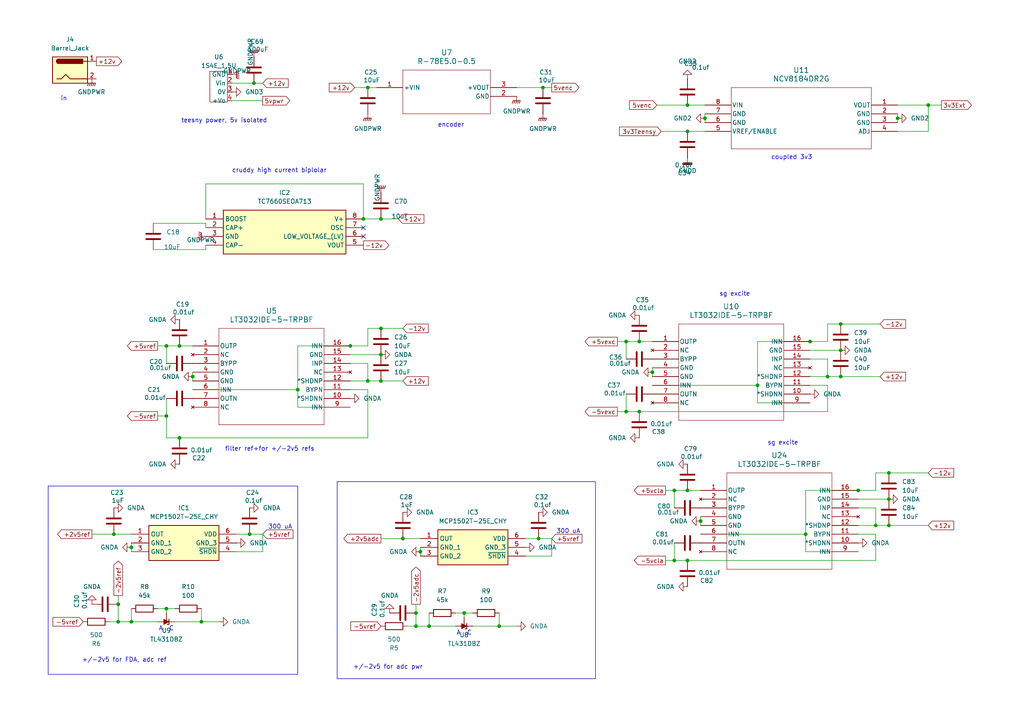
<source format=kicad_sch>
(kicad_sch (version 20231120) (generator "eeschema") (generator_version "8.0")
  (paper "A4")
  (lib_symbols
    (symbol "C_1" (pin_numbers hide) (pin_names (offset 0.254))
      (property "Reference" "C" (at 0.635 2.54 0))
      (property "Value" "C" (at 0.635 -2.54 0))
      (symbol "C_1_0_1"
        (polyline (pts (xy -2.032 -0.762) (xy 2.032 -0.762)) (stroke (width 0.508)))
        (polyline (pts (xy -2.032 0.762) (xy 2.032 0.762)) (stroke (width 0.508)))
      )
      (symbol "C_1_1_1"
        (pin passive line (at 0 3.81 270) (length 2.794) (name "~") (number "1"))
        (pin passive line (at 0 -3.81 90) (length 2.794) (name "~") (number "2"))
      )
    )
    (symbol "Connector:Barrel_Jack" (pin_names (offset 1.016))
      (property "Reference" "J" (at 0 5.334 0))
      (property "Value" "Barrel_Jack" (at 0 -5.08 0))
      (symbol "Barrel_Jack_0_1"
        (rectangle (start -5.08 3.81) (end 5.08 -3.81) (stroke (width 0.254)) (fill (type background)))
        (arc (start -3.302 3.175) (mid -3.9343 2.54) (end -3.302 1.905) (stroke (width 0.254)))
        (arc (start -3.302 3.175) (mid -3.9343 2.54) (end -3.302 1.905) (stroke (width 0.254)) (fill (type outline)))
        (polyline (pts (xy 5.08 2.54) (xy 3.81 2.54)) (stroke (width 0.254)))
        (polyline (pts (xy -3.81 -2.54) (xy -2.54 -2.54) (xy -1.27 -1.27) (xy 0 -2.54) (xy 2.54 -2.54) (xy 5.08 -2.54)) (stroke (width 0.254)))
        (rectangle (start 3.683 3.175) (end -3.302 1.905) (stroke (width 0.254)) (fill (type outline)))
      )
      (symbol "Barrel_Jack_1_1"
        (pin passive line (at 7.62 2.54 180) (length 2.54) (name "~") (number "1"))
        (pin passive line (at 7.62 -2.54 180) (length 2.54) (name "~") (number "2"))
      )
    )
    (symbol "Device:C" (pin_numbers hide) (pin_names (offset 0.254))
      (property "Reference" "C" (at 0.635 2.54 0))
      (property "Value" "C" (at 0.635 -2.54 0))
      (symbol "C_0_1"
        (polyline (pts (xy -2.032 -0.762) (xy 2.032 -0.762)) (stroke (width 0.508)))
        (polyline (pts (xy -2.032 0.762) (xy 2.032 0.762)) (stroke (width 0.508)))
      )
      (symbol "C_1_1"
        (pin passive line (at 0 3.81 270) (length 2.794) (name "~") (number "1"))
        (pin passive line (at 0 -3.81 90) (length 2.794) (name "~") (number "2"))
      )
    )
    (symbol "Device:R" (pin_numbers hide) (pin_names (offset 0))
      (property "Reference" "R" (at 2.032 0 90))
      (property "Value" "R" (at 0 0 90))
      (symbol "R_0_1"
        (rectangle (start -1.016 -2.54) (end 1.016 2.54) (stroke (width 0.254)))
      )
      (symbol "R_1_1"
        (pin passive line (at 0 3.81 270) (length 1.27) (name "~") (number "1"))
        (pin passive line (at 0 -3.81 90) (length 1.27) (name "~") (number "2"))
      )
    )
    (symbol "GNDA_1" (power) (pin_numbers hide) (pin_names (offset 0) hide)
      (property "Value" "GNDA" (at 0 -3.81 0))
      (symbol "GNDA_1_0_1"
        (polyline (pts (xy 0 0) (xy 0 -1.27) (xy 1.27 -1.27) (xy 0 -2.54) (xy -1.27 -1.27) (xy 0 -1.27)))
      )
      (symbol "GNDA_1_1_1"
        (pin power_in line (at 0 0 270) (length 0) (name "~") (number "1"))
      )
    )
    (symbol "GNDD_1" (power) (pin_numbers hide) (pin_names (offset 0) hide)
      (property "Value" "GNDD" (at 0 -3.175 0))
      (symbol "GNDD_1_0_1"
        (rectangle (start -1.27 -1.524) (end 1.27 -2.032) (stroke (width 0.254)) (fill (type outline)))
        (polyline (pts (xy 0 0) (xy 0 -1.524)))
      )
      (symbol "GNDD_1_1_1"
        (pin power_in line (at 0 0 270) (length 0) (name "~") (number "1"))
      )
    )
    (symbol "Reference_Voltage:TL431DBZ" (pin_numbers hide) (pin_names hide)
      (property "Reference" "U" (at -2.54 2.54 0))
      (property "Value" "TL431DBZ" (at 0 -2.54 0))
      (symbol "TL431DBZ_0_1"
        (polyline (pts (xy -1.27 0) (xy 0 0) (xy 1.27 0)))
        (polyline (pts (xy -0.762 -0.762) (xy -0.762 0.762) (xy 0.762 0) (xy -0.762 -0.762)) (fill (type outline)))
        (polyline (pts (xy 0.254 -0.762) (xy 0.762 -0.762) (xy 0.762 0.762) (xy 0.762 0.762)) (stroke (width 0.254)))
      )
      (symbol "TL431DBZ_1_1"
        (pin passive line (at 2.54 0 180) (length 2.54) (name "K") (number "1"))
        (pin passive line (at 0 2.54 270) (length 2.54) (name "REF") (number "2"))
        (pin passive line (at -2.54 0 0) (length 2.54) (name "A") (number "3"))
      )
    )
    (symbol "dyno_inst_sym:1S4E_0505S1.5U"
      (property "Reference" "U" (at 0 4.826 0))
      (property "Value" "1S4E_1.5U" (at 0 0 0))
      (symbol "1S4E_0505S1.5U_0_1"
        (rectangle (start -2.6378 3.4211) (end 2.4422 -5.4689))
      )
      (symbol "1S4E_0505S1.5U_1_1"
        (pin power_out line (at 3.81 2.54 180) (length 1.27) (name "GND") (number "1"))
        (pin power_in line (at 3.81 0 180) (length 1.27) (name "Vin") (number "2"))
        (pin power_out line (at 3.81 -2.54 180) (length 1.27) (name "0V") (number "3"))
        (pin power_out line (at 3.81 -5.08 180) (length 1.27) (name "+Vo") (number "4"))
      )
    )
    (symbol "dyno_inst_sym:LT3032IDE-5-TRPBF" (pin_names (offset 0.254))
      (property "Reference" "U" (at 22.86 10.16 0))
      (property "Value" "LT3032IDE-5-TRPBF" (at 22.86 7.62 0))
      (symbol "LT3032IDE-5-TRPBF_0_1"
        (polyline (pts (xy 7.62 -22.86) (xy 38.1 -22.86)) (stroke (width 0.127)))
        (polyline (pts (xy 7.62 5.08) (xy 7.62 -22.86)) (stroke (width 0.127)))
        (polyline (pts (xy 38.1 -22.86) (xy 38.1 5.08)) (stroke (width 0.127)))
        (polyline (pts (xy 38.1 5.08) (xy 7.62 5.08)) (stroke (width 0.127)))
        (pin output line (at 0 0 0) (length 7.62) (name "OUTP") (number "1"))
        (pin input line (at 45.72 -15.24 180) (length 7.62) (name "*SHDNN") (number "10"))
        (pin unspecified line (at 45.72 -12.7 180) (length 7.62) (name "BYPN") (number "11"))
        (pin input line (at 45.72 -10.16 180) (length 7.62) (name "*SHDNP") (number "12"))
        (pin no_connect line (at 45.72 -7.62 180) (length 7.62) (name "NC") (number "13"))
        (pin input line (at 45.72 -5.08 180) (length 7.62) (name "INP") (number "14"))
        (pin power_out line (at 45.72 -2.54 180) (length 7.62) (name "GND") (number "15"))
        (pin input line (at 45.72 0 180) (length 7.62) (name "INN") (number "16"))
        (pin no_connect line (at 0 -2.54 0) (length 7.62) (name "NC") (number "2"))
        (pin unspecified line (at 0 -5.08 0) (length 7.62) (name "BYPP") (number "3"))
        (pin power_out line (at 0 -7.62 0) (length 7.62) (name "GND") (number "4"))
        (pin power_out line (at 0 -10.16 0) (length 7.62) (name "GND") (number "5"))
        (pin input line (at 0 -12.7 0) (length 7.62) (name "INN") (number "6"))
        (pin output line (at 0 -15.24 0) (length 7.62) (name "OUTN") (number "7"))
        (pin no_connect line (at 0 -17.78 0) (length 7.62) (name "NC") (number "8"))
        (pin input line (at 45.72 -17.78 180) (length 7.62) (name "INN") (number "9"))
      )
    )
    (symbol "dyno_inst_sym:MCP1502T-50E_CHY"
      (property "Reference" "IC2" (at 15.24 7.62 0))
      (property "Value" "MCP1502T-25E_CHY" (at 15.24 5.08 0))
      (symbol "MCP1502T-50E_CHY_1_1"
        (rectangle (start 5.08 2.54) (end 25.4 -7.62) (stroke (width 0.254)) (fill (type background)))
        (pin passive line (at 0 0 0) (length 5.08) (name "OUT") (number "1"))
        (pin passive line (at 0 -2.54 0) (length 5.08) (name "GND_1") (number "2"))
        (pin passive line (at 0 -5.08 0) (length 5.08) (name "GND_2") (number "3"))
        (pin passive line (at 30.48 -5.08 180) (length 5.08) (name "~{SHDN}") (number "4"))
        (pin passive line (at 30.48 -2.54 180) (length 5.08) (name "GND_3") (number "5"))
        (pin passive line (at 30.48 0 180) (length 5.08) (name "VDD") (number "6"))
      )
    )
    (symbol "dyno_inst_sym:NCV8184DR2G" (pin_names (offset 0.254))
      (property "Reference" "U" (at 27.94 10.16 0))
      (property "Value" "NCV8184DR2G" (at 27.94 7.62 0))
      (symbol "NCV8184DR2G_0_1"
        (polyline (pts (xy 7.62 -12.7) (xy 48.26 -12.7)) (stroke (width 0.127)))
        (polyline (pts (xy 7.62 5.08) (xy 7.62 -12.7)) (stroke (width 0.127)))
        (polyline (pts (xy 48.26 -12.7) (xy 48.26 5.08)) (stroke (width 0.127)))
        (polyline (pts (xy 48.26 5.08) (xy 7.62 5.08)) (stroke (width 0.127)))
        (pin output line (at 0 0 0) (length 7.62) (name "VOUT") (number "1"))
        (pin power_in line (at 0 -2.54 0) (length 7.62) (name "GND") (number "2"))
        (pin power_in line (at 0 -5.08 0) (length 7.62) (name "GND") (number "3"))
        (pin input line (at 0 -7.62 0) (length 7.62) (name "ADJ") (number "4"))
        (pin input line (at 55.88 -7.62 180) (length 7.62) (name "VREF/ENABLE") (number "5"))
        (pin power_in line (at 55.88 -5.08 180) (length 7.62) (name "GND") (number "6"))
        (pin power_in line (at 55.88 -2.54 180) (length 7.62) (name "GND") (number "7"))
        (pin input line (at 55.88 0 180) (length 7.62) (name "VIN") (number "8"))
      )
    )
    (symbol "dyno_inst_sym:R-78E5.0-0.5" (pin_names (offset 0.254))
      (property "Reference" "U" (at 20.32 10.16 0))
      (property "Value" "R-78E5.0-0.5" (at 20.32 7.62 0))
      (symbol "R-78E5.0-0.5_0_1"
        (polyline (pts (xy 7.62 -7.62) (xy 33.02 -7.62)) (stroke (width 0.127)))
        (polyline (pts (xy 7.62 5.08) (xy 7.62 -7.62)) (stroke (width 0.127)))
        (polyline (pts (xy 33.02 -7.62) (xy 33.02 5.08)) (stroke (width 0.127)))
        (polyline (pts (xy 33.02 5.08) (xy 7.62 5.08)) (stroke (width 0.127)))
        (pin power_in line (at 0 0 0) (length 7.62) (name "+VIN") (number "1"))
        (pin power_out line (at 40.64 -2.54 180) (length 7.62) (name "GND") (number "2"))
        (pin power_in line (at 40.64 0 180) (length 7.62) (name "+VOUT") (number "3"))
      )
    )
    (symbol "dyno_inst_sym:TC7660SEOA713"
      (property "Reference" "IC" (at 41.91 7.62 0))
      (property "Value" "TC7660SEOA713" (at 41.91 5.08 0))
      (symbol "TC7660SEOA713_1_1"
        (rectangle (start 5.08 2.54) (end 40.64 -10.16) (stroke (width 0.254)) (fill (type background)))
        (pin passive line (at 0 0 0) (length 5.08) (name "BOOST") (number "1"))
        (pin passive line (at 0 -2.54 0) (length 5.08) (name "CAP+") (number "2"))
        (pin passive line (at 0 -5.08 0) (length 5.08) (name "GND") (number "3"))
        (pin passive line (at 0 -7.62 0) (length 5.08) (name "CAP-") (number "4"))
        (pin passive line (at 45.72 -7.62 180) (length 5.08) (name "VOUT") (number "5"))
        (pin passive line (at 45.72 -5.08 180) (length 5.08) (name "LOW_VOLTAGE_(LV)") (number "6"))
        (pin passive line (at 45.72 -2.54 180) (length 5.08) (name "OSC") (number "7"))
        (pin passive line (at 45.72 0 180) (length 5.08) (name "V+") (number "8"))
      )
    )
    (symbol "power:GND2" (power) (pin_numbers hide) (pin_names (offset 0) hide)
      (property "Value" "GND2" (at 0 -3.81 0))
      (symbol "GND2_0_1"
        (polyline (pts (xy 0 0) (xy 0 -1.27) (xy 1.27 -1.27) (xy 0 -2.54) (xy -1.27 -1.27) (xy 0 -1.27)))
      )
      (symbol "GND2_1_1"
        (pin power_in line (at 0 0 270) (length 0) (name "~") (number "1"))
      )
    )
    (symbol "power:GND3" (power) (pin_numbers hide) (pin_names (offset 0) hide)
      (property "Value" "GND3" (at 0 -3.81 0))
      (symbol "GND3_0_1"
        (polyline (pts (xy 0 0) (xy 0 -1.27) (xy 1.27 -1.27) (xy 0 -2.54) (xy -1.27 -1.27) (xy 0 -1.27)))
      )
      (symbol "GND3_1_1"
        (pin power_in line (at 0 0 270) (length 0) (name "~") (number "1"))
      )
    )
    (symbol "power:GNDPWR" (power) (pin_numbers hide) (pin_names (offset 0) hide)
      (property "Value" "GNDPWR" (at 0 -3.302 0))
      (symbol "GNDPWR_0_1"
        (polyline (pts (xy 0 -1.27) (xy 0 0)))
        (polyline (pts (xy -1.016 -1.27) (xy -1.27 -2.032) (xy -1.27 -2.032)) (stroke (width 0.2032)))
        (polyline (pts (xy -0.508 -1.27) (xy -0.762 -2.032) (xy -0.762 -2.032)) (stroke (width 0.2032)))
        (polyline (pts (xy 0 -1.27) (xy -0.254 -2.032) (xy -0.254 -2.032)) (stroke (width 0.2032)))
        (polyline (pts (xy 0.508 -1.27) (xy 0.254 -2.032) (xy 0.254 -2.032)) (stroke (width 0.2032)))
        (polyline (pts (xy 1.016 -1.27) (xy -1.016 -1.27) (xy -1.016 -1.27)) (stroke (width 0.2032)))
        (polyline (pts (xy 1.016 -1.27) (xy 0.762 -2.032) (xy 0.762 -2.032) (xy 0.762 -2.032)) (stroke (width 0.2032)))
      )
      (symbol "GNDPWR_1_1"
        (pin power_in line (at 0 0 270) (length 0) (name "~") (number "1"))
      )
    )
  )
  (junction (at 48.26 120.65))
  (junction (at 257.81 144.78))
  (junction (at 243.84 93.98))
  (junction (at 219.71 111.76))
  (junction (at 144.78 181.61))
  (junction (at 101.6 100.33))
  (junction (at 105.41 63.5))
  (junction (at 73.66 24.13))
  (junction (at 260.35 34.29))
  (junction (at 203.2 151.13))
  (junction (at 181.61 99.06))
  (junction (at 86.36 113.03))
  (junction (at 58.42 180.34))
  (junction (at 120.65 181.61))
  (junction (at 52.07 127))
  (junction (at 134.62 177.8))
  (junction (at 48.26 176.53))
  (junction (at 34.29 180.34))
  (junction (at 120.65 177.8))
  (junction (at 106.68 25.4))
  (junction (at 52.07 100.33))
  (junction (at 243.84 101.6))
  (junction (at 240.03 109.22))
  (junction (at 199.39 38.1))
  (junction (at 185.42 119.38))
  (junction (at 189.23 107.95))
  (junction (at 110.49 110.49))
  (junction (at 38.1 158.75))
  (junction (at 257.81 152.4))
  (junction (at 199.39 30.48))
  (junction (at 233.68 154.94))
  (junction (at 204.47 34.29))
  (junction (at 110.49 95.25))
  (junction (at 199.39 142.24))
  (junction (at 157.48 25.4))
  (junction (at 195.58 162.56))
  (junction (at 234.95 99.06))
  (junction (at 110.49 63.5))
  (junction (at 34.29 175.26))
  (junction (at 38.1 180.34))
  (junction (at 199.39 162.56))
  (junction (at 156.21 156.21))
  (junction (at 116.84 156.21))
  (junction (at 48.26 100.33))
  (junction (at 124.46 181.61))
  (junction (at 269.24 30.48))
  (junction (at 106.68 110.49))
  (junction (at 110.49 102.87))
  (junction (at 72.39 154.94))
  (junction (at 185.42 99.06))
  (junction (at 257.81 137.16))
  (junction (at 248.92 142.24))
  (junction (at 195.58 142.24))
  (junction (at 243.84 109.22))
  (junction (at 33.02 154.94))
  (junction (at 181.61 119.38))
  (junction (at 254 152.4))
  (junction (at 121.92 160.02))
  (junction (at 55.88 109.22))
  (no_connect (at 105.41 66.04))
  (no_connect (at 105.41 68.58))
  (wire (pts (xy 185.42 99.06) (xy 189.23 99.06)))
  (wire (pts (xy 55.88 109.22) (xy 55.88 110.49)))
  (wire (pts (xy 240.03 99.06) (xy 234.95 99.06)))
  (wire (pts (xy 76.2 160.02) (xy 76.2 154.94)))
  (wire (pts (xy 106.68 95.25) (xy 106.68 100.33)))
  (wire (pts (xy 137.16 181.61) (xy 144.78 181.61)))
  (wire (pts (xy 120.65 181.61) (xy 118.11 181.61)))
  (wire (pts (xy 181.61 104.14) (xy 181.61 99.06)))
  (wire (pts (xy 195.58 142.24) (xy 199.39 142.24)))
  (wire (pts (xy 193.04 162.56) (xy 195.58 162.56)))
  (wire (pts (xy 257.81 137.16) (xy 254 137.16)))
  (wire (pts (xy 72.39 154.94) (xy 76.2 154.94)))
  (wire (pts (xy 219.71 116.84) (xy 234.95 116.84)))
  (wire (pts (xy 38.1 158.75) (xy 38.1 157.48)))
  (wire (pts (xy 181.61 99.06) (xy 185.42 99.06)))
  (wire (pts (xy 52.07 127) (xy 106.68 127)))
  (wire (pts (xy 45.72 100.33) (xy 48.26 100.33)))
  (wire (pts (xy 48.26 177.8) (xy 48.26 176.53)))
  (wire (pts (xy 106.68 113.03) (xy 101.6 113.03)))
  (wire (pts (xy 199.39 142.24) (xy 203.2 142.24)))
  (wire (pts (xy 181.61 114.3) (xy 181.61 119.38)))
  (wire (pts (xy 204.47 34.29) (xy 204.47 35.56)))
  (wire (pts (xy 48.26 115.57) (xy 48.26 120.65)))
  (wire (pts (xy 26.67 154.94) (xy 33.02 154.94)))
  (wire (pts (xy 45.72 176.53) (xy 48.26 176.53)))
  (wire (pts (xy 48.26 105.41) (xy 48.26 100.33)))
  (wire (pts (xy 179.07 99.06) (xy 181.61 99.06)))
  (wire (pts (xy 156.21 156.21) (xy 160.02 156.21)))
  (wire (pts (xy 254 162.56) (xy 254 154.94)))
  (wire (pts (xy 191.77 38.1) (xy 199.39 38.1)))
  (wire (pts (xy 38.1 180.34) (xy 34.29 180.34)))
  (wire (pts (xy 160.02 25.4) (xy 157.48 25.4)))
  (wire (pts (xy 68.58 160.02) (xy 76.2 160.02)))
  (wire (pts (xy 45.72 180.34) (xy 38.1 180.34)))
  (wire (pts (xy 105.41 53.34) (xy 105.41 63.5)))
  (wire (pts (xy 132.08 181.61) (xy 124.46 181.61)))
  (wire (pts (xy 106.68 105.41) (xy 106.68 110.49)))
  (wire (pts (xy 219.71 99.06) (xy 219.71 111.76)))
  (wire (pts (xy 243.84 93.98) (xy 240.03 93.98)))
  (wire (pts (xy 105.41 63.5) (xy 110.49 63.5)))
  (wire (pts (xy 190.5 30.48) (xy 199.39 30.48)))
  (wire (pts (xy 124.46 177.8) (xy 124.46 181.61)))
  (wire (pts (xy 121.92 160.02) (xy 121.92 158.75)))
  (wire (pts (xy 181.61 119.38) (xy 185.42 119.38)))
  (wire (pts (xy 52.07 100.33) (xy 55.88 100.33)))
  (wire (pts (xy 55.88 113.03) (xy 86.36 113.03)))
  (wire (pts (xy 48.26 100.33) (xy 52.07 100.33)))
  (wire (pts (xy 110.49 156.21) (xy 116.84 156.21)))
  (wire (pts (xy 58.42 176.53) (xy 58.42 180.34)))
  (wire (pts (xy 234.95 99.06) (xy 219.71 99.06)))
  (wire (pts (xy 38.1 160.02) (xy 38.1 158.75)))
  (wire (pts (xy 203.2 151.13) (xy 203.2 152.4)))
  (wire (pts (xy 59.69 53.34) (xy 105.41 53.34)))
  (wire (pts (xy 257.81 137.16) (xy 269.24 137.16)))
  (wire (pts (xy 120.65 175.26) (xy 120.65 177.8)))
  (wire (pts (xy 189.23 107.95) (xy 189.23 109.22)))
  (wire (pts (xy 248.92 152.4) (xy 254 152.4)))
  (wire (pts (xy 240.03 111.76) (xy 234.95 111.76)))
  (wire (pts (xy 110.49 95.25) (xy 106.68 95.25)))
  (wire (pts (xy 48.26 127) (xy 52.07 127)))
  (wire (pts (xy 106.68 127) (xy 106.68 113.03)))
  (wire (pts (xy 248.92 147.32) (xy 254 147.32)))
  (wire (pts (xy 55.88 109.22) (xy 55.88 107.95)))
  (wire (pts (xy 240.03 109.22) (xy 243.84 109.22)))
  (wire (pts (xy 204.47 34.29) (xy 204.47 33.02)))
  (wire (pts (xy 48.26 127) (xy 48.26 120.65)))
  (wire (pts (xy 106.68 25.4) (xy 109.22 25.4)))
  (wire (pts (xy 59.69 63.5) (xy 59.69 53.34)))
  (wire (pts (xy 243.84 101.6) (xy 234.95 101.6)))
  (wire (pts (xy 86.36 113.03) (xy 86.36 118.11)))
  (wire (pts (xy 233.68 142.24) (xy 233.68 154.94)))
  (wire (pts (xy 121.92 161.29) (xy 121.92 160.02)))
  (wire (pts (xy 254 154.94) (xy 248.92 154.94)))
  (wire (pts (xy 120.65 177.8) (xy 120.65 181.61)))
  (wire (pts (xy 110.49 102.87) (xy 101.6 102.87)))
  (wire (pts (xy 102.87 25.4) (xy 106.68 25.4)))
  (wire (pts (xy 33.02 154.94) (xy 38.1 154.94)))
  (wire (pts (xy 134.62 179.07) (xy 134.62 177.8)))
  (wire (pts (xy 234.95 109.22) (xy 240.03 109.22)))
  (wire (pts (xy 203.2 154.94) (xy 233.68 154.94)))
  (wire (pts (xy 254 137.16) (xy 254 142.24)))
  (wire (pts (xy 132.08 177.8) (xy 134.62 177.8)))
  (wire (pts (xy 179.07 119.38) (xy 181.61 119.38)))
  (wire (pts (xy 34.29 172.72) (xy 34.29 175.26)))
  (wire (pts (xy 73.66 24.13) (xy 67.31 24.13)))
  (wire (pts (xy 243.84 93.98) (xy 255.27 93.98)))
  (wire (pts (xy 152.4 156.21) (xy 156.21 156.21)))
  (wire (pts (xy 76.2 29.21) (xy 67.31 29.21)))
  (wire (pts (xy 116.84 110.49) (xy 110.49 110.49)))
  (wire (pts (xy 144.78 177.8) (xy 144.78 181.61)))
  (wire (pts (xy 59.69 71.12) (xy 59.69 72.39)))
  (wire (pts (xy 59.69 72.39) (xy 44.45 72.39)))
  (wire (pts (xy 63.5 180.34) (xy 58.42 180.34)))
  (wire (pts (xy 260.35 35.56) (xy 260.35 34.29)))
  (wire (pts (xy 152.4 161.29) (xy 160.02 161.29)))
  (wire (pts (xy 219.71 111.76) (xy 219.71 116.84)))
  (wire (pts (xy 101.6 100.33) (xy 86.36 100.33)))
  (wire (pts (xy 233.68 154.94) (xy 233.68 160.02)))
  (wire (pts (xy 189.23 111.76) (xy 219.71 111.76)))
  (wire (pts (xy 233.68 160.02) (xy 248.92 160.02)))
  (wire (pts (xy 34.29 175.26) (xy 34.29 180.34)))
  (wire (pts (xy 195.58 162.56) (xy 199.39 162.56)))
  (wire (pts (xy 34.29 180.34) (xy 31.75 180.34)))
  (wire (pts (xy 257.81 144.78) (xy 248.92 144.78)))
  (wire (pts (xy 195.58 157.48) (xy 195.58 162.56)))
  (wire (pts (xy 193.04 142.24) (xy 195.58 142.24)))
  (wire (pts (xy 255.27 109.22) (xy 243.84 109.22)))
  (wire (pts (xy 106.68 100.33) (xy 101.6 100.33)))
  (wire (pts (xy 185.42 119.38) (xy 240.03 119.38)))
  (wire (pts (xy 59.69 66.04) (xy 59.69 64.77)))
  (wire (pts (xy 157.48 25.4) (xy 149.86 25.4)))
  (wire (pts (xy 45.72 120.65) (xy 48.26 120.65)))
  (wire (pts (xy 124.46 181.61) (xy 120.65 181.61)))
  (wire (pts (xy 48.26 176.53) (xy 50.8 176.53)))
  (wire (pts (xy 59.69 64.77) (xy 44.45 64.77)))
  (wire (pts (xy 110.49 95.25) (xy 116.84 95.25)))
  (wire (pts (xy 240.03 104.14) (xy 240.03 109.22)))
  (wire (pts (xy 38.1 176.53) (xy 38.1 180.34)))
  (wire (pts (xy 199.39 30.48) (xy 204.47 30.48)))
  (wire (pts (xy 240.03 119.38) (xy 240.03 111.76)))
  (wire (pts (xy 254 147.32) (xy 254 152.4)))
  (wire (pts (xy 195.58 147.32) (xy 195.58 142.24)))
  (wire (pts (xy 50.8 180.34) (xy 58.42 180.34)))
  (wire (pts (xy 273.05 30.48) (xy 269.24 30.48)))
  (wire (pts (xy 269.24 152.4) (xy 257.81 152.4)))
  (wire (pts (xy 248.92 142.24) (xy 233.68 142.24)))
  (wire (pts (xy 203.2 151.13) (xy 203.2 149.86)))
  (wire (pts (xy 149.86 181.61) (xy 144.78 181.61)))
  (wire (pts (xy 269.24 38.1) (xy 269.24 30.48)))
  (wire (pts (xy 76.2 24.13) (xy 73.66 24.13)))
  (wire (pts (xy 269.24 30.48) (xy 260.35 30.48)))
  (wire (pts (xy 189.23 107.95) (xy 189.23 106.68)))
  (wire (pts (xy 110.49 63.5) (xy 115.57 63.5)))
  (wire (pts (xy 134.62 177.8) (xy 137.16 177.8)))
  (wire (pts (xy 160.02 161.29) (xy 160.02 156.21)))
  (wire (pts (xy 101.6 110.49) (xy 106.68 110.49)))
  (wire (pts (xy 86.36 100.33) (xy 86.36 113.03)))
  (wire (pts (xy 199.39 38.1) (xy 204.47 38.1)))
  (wire (pts (xy 86.36 118.11) (xy 101.6 118.11)))
  (wire (pts (xy 260.35 38.1) (xy 269.24 38.1)))
  (wire (pts (xy 199.39 162.56) (xy 254 162.56)))
  (wire (pts (xy 260.35 34.29) (xy 260.35 33.02)))
  (wire (pts (xy 106.68 110.49) (xy 110.49 110.49)))
  (wire (pts (xy 254 142.24) (xy 248.92 142.24)))
  (wire (pts (xy 240.03 93.98) (xy 240.03 99.06)))
  (wire (pts (xy 234.95 104.14) (xy 240.03 104.14)))
  (wire (pts (xy 116.84 156.21) (xy 121.92 156.21)))
  (wire (pts (xy 254 152.4) (xy 257.81 152.4)))
  (wire (pts (xy 101.6 105.41) (xy 106.68 105.41)))
  (wire (pts (xy 68.58 154.94) (xy 72.39 154.94)))
  (rectangle (start 13.97 140.97) (end 86.36 195.58))
  (rectangle (start 97.79 139.7) (end 172.72 196.85))
  (text "cruddy high current biplolar" (at 81.026 49.53 0) (effects (font (size 1.27 1.27))))
  (text "sg excite" (at 227.076 128.524 0) (effects (font (size 1.27 1.27))))
  (text "encoder" (at 130.81 36.322 0) (effects (font (size 1.27 1.27))))
  (text "coupled 3v3" (at 229.616 45.72 0) (effects (font (size 1.27 1.27))))
  (text "+/-2v5 for adc pwr" (at 112.522 193.548 0) (effects (font (size 1.27 1.27))))
  (text "300 uA" (at 164.846 154.178 0) (effects (font (size 1.27 1.27))))
  (text "in" (at 18.542 28.702 0) (effects (font (size 1.27 1.27))))
  (text "+/-2v5 for FDA, adc ref" (at 36.068 191.516 0) (effects (font (size 1.27 1.27))))
  (text "filter ref+for +/-2v5 refs" (at 78.232 130.302 0) (effects (font (size 1.27 1.27))))
  (text "teesny power, 5v isolated" (at 65.024 35.052 0) (effects (font (size 1.27 1.27))))
  (text "300 uA" (at 81.28 152.908 0) (effects (font (size 1.27 1.27))))
  (text "A  C" (at 48.26 182.372 0) (effects (font (size 1.27 1.27))))
  (text "sg excite" (at 213.106 85.344 0) (effects (font (size 1.27 1.27))))
  (text "A  C" (at 134.62 183.642 0) (effects (font (size 1.27 1.27))))
  (global_label "+12v" (shape input) (at 102.87 25.4 180) (property "Intersheetrefs" "${INTERSHEET_REFS}" (effects (hide yes))))
  (global_label "+12v" (shape input) (at 269.24 152.4 0) (property "Intersheetrefs" "${INTERSHEET_REFS}" (effects (hide yes))))
  (global_label "5venc" (shape output) (at 160.02 25.4 0) (property "Intersheetrefs" "${INTERSHEET_REFS}" (effects (hide yes))))
  (global_label "-5vcla" (shape output) (at 193.04 162.56 180) (property "Intersheetrefs" "${INTERSHEET_REFS}" (effects (hide yes))))
  (global_label "-2v5ref" (shape output) (at 34.29 172.72 90) (property "Intersheetrefs" "${INTERSHEET_REFS}" (effects (hide yes))))
  (global_label "3v3Ext" (shape output) (at 273.05 30.48 0) (property "Intersheetrefs" "${INTERSHEET_REFS}" (effects (hide yes))))
  (global_label "3v3Teensy" (shape input) (at 191.77 38.1 180) (property "Intersheetrefs" "${INTERSHEET_REFS}" (effects (hide yes))))
  (global_label "-12v" (shape input) (at 255.27 93.98 0) (property "Intersheetrefs" "${INTERSHEET_REFS}" (effects (hide yes))))
  (global_label "+5vexc" (shape output) (at 179.07 99.06 180) (property "Intersheetrefs" "${INTERSHEET_REFS}" (effects (hide yes))))
  (global_label "-2v5adc" (shape output) (at 120.65 175.26 90) (property "Intersheetrefs" "${INTERSHEET_REFS}" (effects (hide yes))))
  (global_label "+5vref" (shape output) (at 45.72 100.33 180) (property "Intersheetrefs" "${INTERSHEET_REFS}" (effects (hide yes))))
  (global_label "-5vref" (shape input) (at 24.13 180.34 180) (property "Intersheetrefs" "${INTERSHEET_REFS}" (effects (hide yes))))
  (global_label "+12v" (shape output) (at 27.94 17.78 0) (property "Intersheetrefs" "${INTERSHEET_REFS}" (effects (hide yes))))
  (global_label "5venc" (shape input) (at 190.5 30.48 180) (property "Intersheetrefs" "${INTERSHEET_REFS}" (effects (hide yes))))
  (global_label "+12v" (shape input) (at 76.2 24.13 0) (property "Intersheetrefs" "${INTERSHEET_REFS}" (effects (hide yes))))
  (global_label "+5vref" (shape input) (at 160.02 156.21 0) (property "Intersheetrefs" "${INTERSHEET_REFS}" (effects (hide yes))))
  (global_label "+2v5adc" (shape output) (at 110.49 156.21 180) (property "Intersheetrefs" "${INTERSHEET_REFS}" (effects (hide yes))))
  (global_label "+12v" (shape input) (at 116.84 110.49 0) (property "Intersheetrefs" "${INTERSHEET_REFS}" (effects (hide yes))))
  (global_label "+12v" (shape input) (at 255.27 109.22 0) (property "Intersheetrefs" "${INTERSHEET_REFS}" (effects (hide yes))))
  (global_label "-12v" (shape input) (at 116.84 95.25 0) (property "Intersheetrefs" "${INTERSHEET_REFS}" (effects (hide yes))))
  (global_label "+12v" (shape input) (at 115.57 63.5 0) (property "Intersheetrefs" "${INTERSHEET_REFS}" (effects (hide yes))))
  (global_label "-12v" (shape input) (at 269.24 137.16 0) (property "Intersheetrefs" "${INTERSHEET_REFS}" (effects (hide yes))))
  (global_label "-5vref" (shape input) (at 110.49 181.61 180) (property "Intersheetrefs" "${INTERSHEET_REFS}" (effects (hide yes))))
  (global_label "+5vref" (shape input) (at 76.2 154.94 0) (property "Intersheetrefs" "${INTERSHEET_REFS}" (effects (hide yes))))
  (global_label "5vpwr" (shape output) (at 76.2 29.21 0) (property "Intersheetrefs" "${INTERSHEET_REFS}" (effects (hide yes))))
  (global_label "+2v5ref" (shape output) (at 26.67 154.94 180) (property "Intersheetrefs" "${INTERSHEET_REFS}" (effects (hide yes))))
  (global_label "+5vcla" (shape output) (at 193.04 142.24 180) (property "Intersheetrefs" "${INTERSHEET_REFS}" (effects (hide yes))))
  (global_label "-5vexc" (shape output) (at 179.07 119.38 180) (property "Intersheetrefs" "${INTERSHEET_REFS}" (effects (hide yes))))
  (global_label "-12v" (shape output) (at 105.41 71.12 0) (property "Intersheetrefs" "${INTERSHEET_REFS}" (effects (hide yes))))
  (global_label "-5vref" (shape output) (at 45.72 120.65 180) (property "Intersheetrefs" "${INTERSHEET_REFS}" (effects (hide yes))))
  (symbol (lib_id "dyno_inst_sym:1S4E_0505S1.5U") (at 63.5 24.13 0) (unit 1)
    (property "Reference" "U6" (at 63.4511 16.51 0))
    (property "Value" "1S4E_1.5U" (at 63.4511 19.05 0))
    (property "Footprint" "Connector_PinHeader_2.54mm:PinHeader_1x04_P2.54mm_Vertical" (effects (hide yes)))
    (property "Description" "isolated dcdc, 5 vout" (effects (hide yes)))
  )
  (symbol (lib_name "GNDA_1") (lib_id "power:GNDA") (at 199.39 134.62 270) (unit 1)
    (property "Reference" "#PWR097" (effects (hide yes)))
    (property "Value" "GNDA" (at 195.58 134.6199 90) (effects (justify right)))
    (property "Description" "Power symbol creates a global label with name \"GNDA\" , analog ground" (effects (hide yes)))
  )
  (symbol (lib_name "GNDA_1") (lib_id "power:GNDA") (at 101.6 115.57 90) (unit 1)
    (property "Reference" "#PWR042" (effects (hide yes)))
    (property "Value" "GNDA" (at 105.41 115.5699 90) (effects (justify right)))
    (property "Description" "Power symbol creates a global label with name \"GNDA\" , analog ground" (effects (hide yes)))
  )
  (symbol (lib_name "GNDA_1") (lib_id "power:GNDA") (at 152.4 158.75 90) (unit 1)
    (property "Reference" "#PWR051" (effects (hide yes)))
    (property "Value" "GNDA" (at 156.21 158.7499 90) (effects (justify right)))
    (property "Description" "Power symbol creates a global label with name \"GNDA\" , analog ground" (effects (hide yes)))
  )
  (symbol (lib_id "Device:C") (at 257.81 140.97 0) (unit 1)
    (property "Reference" "C83" (at 261.62 139.7 0) (effects (justify left)))
    (property "Value" "10uF" (at 261.62 142.24 0) (effects (justify left)))
    (property "Footprint" "Capacitor_SMD:C_0402_1005Metric" (effects (hide yes)))
    (property "Description" "Unpolarized capacitor" (effects (hide yes)))
  )
  (symbol (lib_id "power:GNDPWR") (at 106.68 33.02 0) (unit 1)
    (property "Reference" "#PWR043" (effects (hide yes)))
    (property "Value" "GNDPWR" (at 110.744 37.338 0) (effects (justify right)))
    (property "Description" "Power symbol creates a global label with name \"GNDPWR\" , global ground" (effects (hide yes)))
  )
  (symbol (lib_id "Device:C") (at 199.39 41.91 180) (unit 1)
    (property "Reference" "C34" (at 198.501 50.165 0))
    (property "Value" "0.1uf" (at 198.247 47.879 0))
    (property "Footprint" "Capacitor_SMD:C_0402_1005Metric" (effects (hide yes)))
    (property "Description" "Unpolarized capacitor" (effects (hide yes)))
  )
  (symbol (lib_name "GNDA_1") (lib_id "power:GNDA") (at 185.42 127 270) (mirror x) (unit 1)
    (property "Reference" "#PWR059" (effects (hide yes)))
    (property "Value" "GNDA" (at 181.61 127.0001 90) (effects (justify right)))
    (property "Description" "Power symbol creates a global label with name \"GNDA\" , analog ground" (effects (hide yes)))
  )
  (symbol (lib_name "GNDA_1") (lib_id "power:GNDA") (at 116.84 148.59 90) (unit 1)
    (property "Reference" "#PWR045" (effects (hide yes)))
    (property "Value" "GNDA" (at 120.65 148.5899 90) (effects (justify right)))
    (property "Description" "Power symbol creates a global label with name \"GNDA\" , analog ground" (effects (hide yes)))
  )
  (symbol (lib_name "GNDA_1") (lib_id "power:GNDA") (at 26.67 175.26 180) (unit 1)
    (property "Reference" "#PWR048" (effects (hide yes)))
    (property "Value" "GNDA" (at 26.67 170.18 0))
    (property "Description" "Power symbol creates a global label with name \"GNDA\" , analog ground" (effects (hide yes)))
  )
  (symbol (lib_name "GNDA_1") (lib_id "power:GNDA") (at 33.02 147.32 90) (unit 1)
    (property "Reference" "#PWR034" (effects (hide yes)))
    (property "Value" "GNDA" (at 36.83 147.3199 90) (effects (justify right)))
    (property "Description" "Power symbol creates a global label with name \"GNDA\" , analog ground" (effects (hide yes)))
  )
  (symbol (lib_id "Device:R") (at 140.97 177.8 90) (unit 1)
    (property "Reference" "R9" (at 140.97 171.45 90))
    (property "Value" "100" (at 140.97 173.99 90))
    (property "Footprint" "Resistor_SMD:R_0402_1005Metric" (effects (hide yes)))
    (property "Description" "Resistor" (effects (hide yes)))
  )
  (symbol (lib_id "Device:R") (at 128.27 177.8 90) (unit 1)
    (property "Reference" "R7" (at 128.27 171.45 90))
    (property "Value" "45k" (at 128.27 173.99 90))
    (property "Footprint" "Resistor_SMD:R_0402_1005Metric" (effects (hide yes)))
    (property "Description" "Resistor" (effects (hide yes)))
  )
  (symbol (lib_id "dyno_inst_sym:LT3032IDE-5-TRPBF") (at 203.2 142.24 0) (unit 1)
    (property "Reference" "U24" (at 226.06 132.08 0) (effects (font (size 1.524 1.524))))
    (property "Value" "LT3032IDE-5-TRPBF" (at 226.06 134.62 0) (effects (font (size 1.524 1.524))))
    (property "Footprint" "dynoinst_fp:DFN14_DE14MA_ADI" (effects (hide yes)))
    (property "Datasheet" "LT3032IDE-5-TRPBF" (effects (hide yes)))
    (property "Description" "+/-5 v" (effects (hide yes)))
  )
  (symbol (lib_name "GNDA_1") (lib_id "power:GNDA") (at 203.2 151.13 270) (unit 1)
    (property "Reference" "#PWR099" (effects (hide yes)))
    (property "Value" "GNDA" (at 199.39 151.1299 90) (effects (justify right)))
    (property "Description" "Power symbol creates a global label with name \"GNDA\" , analog ground" (effects (hide yes)))
  )
  (symbol (lib_name "GNDA_1") (lib_id "power:GNDA") (at 55.88 109.22 270) (unit 1)
    (property "Reference" "#PWR035" (effects (hide yes)))
    (property "Value" "GNDA" (at 52.07 109.2199 90) (effects (justify right)))
    (property "Description" "Power symbol creates a global label with name \"GNDA\" , analog ground" (effects (hide yes)))
  )
  (symbol (lib_id "Device:C") (at 72.39 151.13 0) (unit 1)
    (property "Reference" "C24" (at 73.279 142.875 0))
    (property "Value" "0.1uf" (at 73.533 145.161 0))
    (property "Footprint" "Capacitor_SMD:C_0402_1005Metric" (effects (hide yes)))
    (property "Description" "Unpolarized capacitor" (effects (hide yes)))
  )
  (symbol (lib_id "Device:C") (at 257.81 148.59 0) (unit 1)
    (property "Reference" "C84" (at 261.62 147.32 0) (effects (justify left)))
    (property "Value" "10uF" (at 261.62 149.86 0) (effects (justify left)))
    (property "Footprint" "Capacitor_SMD:C_0402_1005Metric" (effects (hide yes)))
    (property "Description" "Unpolarized capacitor" (effects (hide yes)))
  )
  (symbol (lib_id "Device:R") (at 41.91 176.53 90) (unit 1)
    (property "Reference" "R8" (at 41.91 170.18 90))
    (property "Value" "45k" (at 41.91 172.72 90))
    (property "Footprint" "Resistor_SMD:R_0402_1005Metric" (effects (hide yes)))
    (property "Description" "Resistor" (effects (hide yes)))
  )
  (symbol (lib_id "dyno_inst_sym:MCP1502T-50E_CHY") (at 38.1 154.94 0) (unit 1)
    (property "Reference" "IC1" (at 53.34 147.32 0))
    (property "Value" "MCP1502T-25E_CHY" (at 53.34 149.86 0))
    (property "Footprint" "dynoinst_fp:SOT95P280X145-6N" (effects (hide yes)))
    (property "Datasheet" "https://ww1.microchip.com/downloads/aemDocuments/documents/MSLD/ProductDocuments/DataSheets/MCP1502-Data-Sheet-20006593B.pdf" (effects (hide yes)))
    (property "Description" "Voltage References" (effects (hide yes)))
    (property "Height" "1.45" (effects (hide yes)))
    (property "Mouser Part Number" "579-MCP1502T-50E/CHY" (effects (hide yes)))
    (property "Mouser Price/Stock" "https://www.mouser.co.uk/ProductDetail/Microchip-Technology/MCP1502T-50E-CHY?qs=Li%252BoUPsLEnukQ4XpgK0TvA%3D%3D" (effects (hide yes)))
    (property "Manufacturer_Name" "Microchip" (effects (hide yes)))
    (property "Manufacturer_Part_Number" "MCP1502T-50E/CHY" (effects (hide yes)))
  )
  (symbol (lib_name "GNDA_1") (lib_id "power:GNDA") (at 243.84 101.6 90) (unit 1)
    (property "Reference" "#PWR063" (effects (hide yes)))
    (property "Value" "GNDA" (at 247.65 101.5999 90) (effects (justify right)))
    (property "Description" "Power symbol creates a global label with name \"GNDA\" , analog ground" (effects (hide yes)))
  )
  (symbol (lib_id "Device:C") (at 110.49 106.68 0) (unit 1)
    (property "Reference" "C27" (at 114.3 105.41 0) (effects (justify left)))
    (property "Value" "10uF" (at 114.3 107.95 0) (effects (justify left)))
    (property "Footprint" "Capacitor_SMD:C_0402_1005Metric" (effects (hide yes)))
    (property "Description" "Unpolarized capacitor" (effects (hide yes)))
  )
  (symbol (lib_id "dyno_inst_sym:TC7660SEOA713") (at 59.69 63.5 0) (unit 1)
    (property "Reference" "IC2" (at 82.55 55.88 0))
    (property "Value" "TC7660SEOA713" (at 82.55 58.42 0))
    (property "Footprint" "dynoinst_fp:SOIC127P600X175-8N" (effects (hide yes)))
    (property "Datasheet" "https://componentsearchengine.com/Datasheets/1/TC7660SEOA713.pdf" (effects (hide yes)))
    (property "Description" "Switching Voltage Regulators High Voltage" (effects (hide yes)))
    (property "Height" "1.75" (effects (hide yes)))
    (property "Mouser Part Number" "579-TC7660SEOA713" (effects (hide yes)))
    (property "Mouser Price/Stock" "https://www.mouser.co.uk/ProductDetail/Microchip-Technology/TC7660SEOA713?qs=zTHaqZazPEfX2%2FblRmW4uw%3D%3D" (effects (hide yes)))
    (property "Manufacturer_Name" "Microchip" (effects (hide yes)))
    (property "Manufacturer_Part_Number" "TC7660SEOA713" (effects (hide yes)))
  )
  (symbol (lib_name "GNDA_1") (lib_id "power:GNDA") (at 248.92 157.48 90) (unit 1)
    (property "Reference" "#PWR0100" (effects (hide yes)))
    (property "Value" "GNDA" (at 252.73 157.4799 90) (effects (justify right)))
    (property "Description" "Power symbol creates a global label with name \"GNDA\" , analog ground" (effects (hide yes)))
  )
  (symbol (lib_name "GNDA_1") (lib_id "power:GNDA") (at 68.58 157.48 90) (unit 1)
    (property "Reference" "#PWR040" (effects (hide yes)))
    (property "Value" "GNDA" (at 72.39 157.4799 90) (effects (justify right)))
    (property "Description" "Power symbol creates a global label with name \"GNDA\" , analog ground" (effects (hide yes)))
  )
  (symbol (lib_id "power:GNDPWR") (at 26.67 22.86 0) (unit 1)
    (property "Reference" "#PWR031" (effects (hide yes)))
    (property "Value" "GNDPWR" (at 26.543 26.67 0))
    (property "Description" "Power symbol creates a global label with name \"GNDPWR\" , global ground" (effects (hide yes)))
  )
  (symbol (lib_id "power:GND3") (at 67.31 26.67 90) (unit 1)
    (property "Reference" "#PWR039" (effects (hide yes)))
    (property "Value" "GND3" (at 71.12 26.6699 90) (effects (justify right)))
    (property "Description" "Power symbol creates a global label with name \"GND3\" , ground" (effects (hide yes)))
  )
  (symbol (lib_id "power:GNDPWR") (at 157.48 33.02 0) (unit 1)
    (property "Reference" "#PWR050" (effects (hide yes)))
    (property "Value" "GNDPWR" (at 161.544 37.338 0) (effects (justify right)))
    (property "Description" "Power symbol creates a global label with name \"GNDPWR\" , global ground" (effects (hide yes)))
  )
  (symbol (lib_id "power:GND2") (at 260.35 34.29 90) (unit 1)
    (property "Reference" "#PWR061" (effects (hide yes)))
    (property "Value" "GND2" (at 264.16 34.2899 90) (effects (justify right)))
    (property "Description" "Power symbol creates a global label with name \"GND2\" , ground" (effects (hide yes)))
  )
  (symbol (lib_id "Device:C") (at 33.02 151.13 0) (unit 1)
    (property "Reference" "C23" (at 33.909 142.875 0))
    (property "Value" "1uF" (at 34.163 145.161 0))
    (property "Footprint" "Capacitor_SMD:C_0402_1005Metric" (effects (hide yes)))
    (property "Description" "Unpolarized capacitor" (effects (hide yes)))
  )
  (symbol (lib_id "power:GNDPWR") (at 73.66 16.51 180) (unit 1)
    (property "Reference" "#PWR091" (effects (hide yes)))
    (property "Value" "GNDPWR" (at 72.644 19.05 90) (effects (justify right)))
    (property "Description" "Power symbol creates a global label with name \"GNDPWR\" , global ground" (effects (hide yes)))
  )
  (symbol (lib_id "power:GND2") (at 204.47 34.29 270) (unit 1)
    (property "Reference" "#PWR057" (effects (hide yes)))
    (property "Value" "GND2" (at 200.66 34.2899 90) (effects (justify right)))
    (property "Description" "Power symbol creates a global label with name \"GND2\" , ground" (effects (hide yes)))
  )
  (symbol (lib_name "GNDA_1") (lib_id "power:GNDA") (at 257.81 144.78 90) (unit 1)
    (property "Reference" "#PWR0101" (effects (hide yes)))
    (property "Value" "GNDA" (at 261.62 144.7799 90) (effects (justify right)))
    (property "Description" "Power symbol creates a global label with name \"GNDA\" , analog ground" (effects (hide yes)))
  )
  (symbol (lib_id "Device:C") (at 185.42 123.19 0) (mirror x) (unit 1)
    (property "Reference" "C38" (at 191.008 125.222 0))
    (property "Value" "0.01uf" (at 191.77 122.936 0))
    (property "Footprint" "Capacitor_SMD:C_0402_1005Metric" (effects (hide yes)))
    (property "Description" "Unpolarized capacitor" (effects (hide yes)))
  )
  (symbol (lib_id "Device:C") (at 185.42 104.14 90) (unit 1)
    (property "Reference" "C36" (at 178.562 103.632 90))
    (property "Value" "0.01uf" (at 179.832 105.41 90))
    (property "Footprint" "Capacitor_SMD:C_0402_1005Metric" (effects (hide yes)))
    (property "Description" "Unpolarized capacitor" (effects (hide yes)))
  )
  (symbol (lib_name "GNDA_1") (lib_id "power:GNDA") (at 110.49 102.87 90) (unit 1)
    (property "Reference" "#PWR044" (effects (hide yes)))
    (property "Value" "GNDA" (at 114.3 102.8699 90) (effects (justify right)))
    (property "Description" "Power symbol creates a global label with name \"GNDA\" , analog ground" (effects (hide yes)))
  )
  (symbol (lib_name "GNDA_1") (lib_id "power:GNDA") (at 185.42 91.44 270) (unit 1)
    (property "Reference" "#PWR058" (effects (hide yes)))
    (property "Value" "GNDA" (at 181.61 91.4399 90) (effects (justify right)))
    (property "Description" "Power symbol creates a global label with name \"GNDA\" , analog ground" (effects (hide yes)))
  )
  (symbol (lib_name "GNDD_1") (lib_id "power:GNDD") (at 199.39 45.72 0) (unit 1)
    (property "Reference" "#PWR056" (effects (hide yes)))
    (property "Value" "GNDD" (at 199.39 49.53 0))
    (property "Description" "Power symbol creates a global label with name \"GNDD\" , digital ground" (effects (hide yes)))
  )
  (symbol (lib_id "dyno_inst_sym:NCV8184DR2G") (at 260.35 30.48 0) (mirror y) (unit 1)
    (property "Reference" "U11" (at 232.41 20.32 0) (effects (font (size 1.524 1.524))))
    (property "Value" "NCV8184DR2G" (at 232.41 22.86 0) (effects (font (size 1.524 1.524))))
    (property "Footprint" "dynoinst_fp:SOIC-8_NB_ONS" (effects (hide yes)))
    (property "Datasheet" "NCV8184DR2G" (effects (hide yes)))
    (property "Description" "tracking ldo" (effects (hide yes)))
  )
  (symbol (lib_name "C_1") (lib_id "Device:C") (at 110.49 59.69 0) (unit 1)
    (property "Reference" "C70" (at 114.3 58.4199 0) (effects (justify left)))
    (property "Value" "10uF" (at 113.538 62.738 0) (effects (justify left)))
    (property "Footprint" "Capacitor_SMD:C_0603_1608Metric" (effects (hide yes)))
    (property "Description" "Unpolarized capacitor" (effects (hide yes)))
  )
  (symbol (lib_name "GNDA_1") (lib_id "power:GNDA") (at 52.07 134.62 270) (mirror x) (unit 1)
    (property "Reference" "#PWR033" (effects (hide yes)))
    (property "Value" "GNDA" (at 48.26 134.6201 90) (effects (justify right)))
    (property "Description" "Power symbol creates a global label with name \"GNDA\" , analog ground" (effects (hide yes)))
  )
  (symbol (lib_name "GNDA_1") (lib_id "power:GNDA") (at 149.86 181.61 90) (unit 1)
    (property "Reference" "#PWR053" (effects (hide yes)))
    (property "Value" "GNDA" (at 153.67 181.6099 90) (effects (justify right)))
    (property "Description" "Power symbol creates a global label with name \"GNDA\" , analog ground" (effects (hide yes)))
  )
  (symbol (lib_id "Device:R") (at 114.3 181.61 90) (mirror x) (unit 1)
    (property "Reference" "R5" (at 114.3 187.96 90))
    (property "Value" "500" (at 114.3 185.42 90))
    (property "Footprint" "Resistor_SMD:R_0402_1005Metric" (effects (hide yes)))
    (property "Description" "Resistor" (effects (hide yes)))
  )
  (symbol (lib_id "dyno_inst_sym:R-78E5.0-0.5") (at 109.22 25.4 0) (unit 1)
    (property "Reference" "U7" (at 129.54 15.24 0) (effects (font (size 1.524 1.524))))
    (property "Value" "R-78E5.0-0.5" (at 129.54 17.78 0) (effects (font (size 1.524 1.524))))
    (property "Footprint" "dynoinst_fp:R-78E-0.5_RCP" (effects (hide yes)))
    (property "Datasheet" "R-78E5.0-0.5" (effects (hide yes)))
  )
  (symbol (lib_id "Device:C") (at 185.42 95.25 0) (unit 1)
    (property "Reference" "C35" (at 186.309 86.995 0))
    (property "Value" "0.01uf" (at 186.563 89.281 0))
    (property "Footprint" "Capacitor_SMD:C_0402_1005Metric" (effects (hide yes)))
    (property "Description" "Unpolarized capacitor" (effects (hide yes)))
  )
  (symbol (lib_id "Device:C") (at 199.39 26.67 0) (unit 1)
    (property "Reference" "C33" (at 200.279 18.415 0))
    (property "Value" "0.1uf" (at 203.2 19.558 0))
    (property "Footprint" "Capacitor_SMD:C_0402_1005Metric" (effects (hide yes)))
    (property "Description" "Unpolarized capacitor" (effects (hide yes)))
  )
  (symbol (lib_id "Device:C") (at 199.39 157.48 90) (unit 1)
    (property "Reference" "C81" (at 192.024 154.94 90))
    (property "Value" "0.01uf" (at 192.278 157.226 90))
    (property "Footprint" "Capacitor_SMD:C_0402_1005Metric" (effects (hide yes)))
    (property "Description" "Unpolarized capacitor" (effects (hide yes)))
  )
  (symbol (lib_id "Device:R") (at 27.94 180.34 90) (mirror x) (unit 1)
    (property "Reference" "R6" (at 27.94 186.69 90))
    (property "Value" "500" (at 27.94 184.15 90))
    (property "Footprint" "Resistor_SMD:R_0402_1005Metric" (effects (hide yes)))
    (property "Description" "Resistor" (effects (hide yes)))
  )
  (symbol (lib_id "dyno_inst_sym:LT3032IDE-5-TRPBF") (at 55.88 100.33 0) (unit 1)
    (property "Reference" "U5" (at 78.74 90.17 0) (effects (font (size 1.524 1.524))))
    (property "Value" "LT3032IDE-5-TRPBF" (at 78.74 92.71 0) (effects (font (size 1.524 1.524))))
    (property "Footprint" "dynoinst_fp:DFN14_DE14MA_ADI" (effects (hide yes)))
    (property "Datasheet" "LT3032IDE-5-TRPBF" (effects (hide yes)))
    (property "Description" "+/-5 v" (effects (hide yes)))
  )
  (symbol (lib_name "C_1") (lib_id "Device:C") (at 44.45 68.58 0) (unit 1)
    (property "Reference" "C18" (at 48.26 67.3099 0) (effects (justify left)))
    (property "Value" "10uF" (at 47.498 71.628 0) (effects (justify left)))
    (property "Footprint" "Capacitor_SMD:C_0603_1608Metric" (effects (hide yes)))
    (property "Description" "Unpolarized capacitor" (effects (hide yes)))
  )
  (symbol (lib_id "power:GNDPWR") (at 110.49 55.88 180) (unit 1)
    (property "Reference" "#PWR092" (effects (hide yes)))
    (property "Value" "GNDPWR" (at 109.474 58.42 90) (effects (justify right)))
    (property "Description" "Power symbol creates a global label with name \"GNDPWR\" , global ground" (effects (hide yes)))
  )
  (symbol (lib_id "Device:C") (at 52.07 96.52 0) (unit 1)
    (property "Reference" "C19" (at 52.959 88.265 0))
    (property "Value" "0.01uf" (at 53.213 90.551 0))
    (property "Footprint" "Capacitor_SMD:C_0402_1005Metric" (effects (hide yes)))
    (property "Description" "Unpolarized capacitor" (effects (hide yes)))
  )
  (symbol (lib_id "dyno_inst_sym:MCP1502T-50E_CHY") (at 121.92 156.21 0) (unit 1)
    (property "Reference" "IC3" (at 137.16 148.59 0))
    (property "Value" "MCP1502T-25E_CHY" (at 137.16 151.13 0))
    (property "Footprint" "dynoinst_fp:SOT95P280X145-6N" (effects (hide yes)))
    (property "Datasheet" "https://ww1.microchip.com/downloads/aemDocuments/documents/MSLD/ProductDocuments/DataSheets/MCP1502-Data-Sheet-20006593B.pdf" (effects (hide yes)))
    (property "Description" "Voltage References" (effects (hide yes)))
    (property "Height" "1.45" (effects (hide yes)))
    (property "Mouser Part Number" "579-MCP1502T-50E/CHY" (effects (hide yes)))
    (property "Mouser Price/Stock" "https://www.mouser.co.uk/ProductDetail/Microchip-Technology/MCP1502T-50E-CHY?qs=Li%252BoUPsLEnukQ4XpgK0TvA%3D%3D" (effects (hide yes)))
    (property "Manufacturer_Name" "Microchip" (effects (hide yes)))
    (property "Manufacturer_Part_Number" "MCP1502T-50E/CHY" (effects (hide yes)))
  )
  (symbol (lib_id "power:GNDPWR") (at 67.31 21.59 90) (unit 1)
    (property "Reference" "#PWR038" (effects (hide yes)))
    (property "Value" "GNDPWR" (at 64.77 20.574 90) (effects (justify right)))
    (property "Description" "Power symbol creates a global label with name \"GNDPWR\" , global ground" (effects (hide yes)))
  )
  (symbol (lib_id "Device:C") (at 185.42 114.3 90) (unit 1)
    (property "Reference" "C37" (at 178.054 111.76 90))
    (property "Value" "0.01uf" (at 178.308 114.046 90))
    (property "Footprint" "Capacitor_SMD:C_0402_1005Metric" (effects (hide yes)))
    (property "Description" "Unpolarized capacitor" (effects (hide yes)))
  )
  (symbol (lib_id "Device:C") (at 157.48 29.21 0) (unit 1)
    (property "Reference" "C31" (at 158.369 20.955 0))
    (property "Value" "10uF" (at 158.623 23.241 0))
    (property "Footprint" "Capacitor_SMD:C_0603_1608Metric" (effects (hide yes)))
    (property "Description" "Unpolarized capacitor" (effects (hide yes)))
  )
  (symbol (lib_id "Device:C") (at 52.07 130.81 0) (mirror x) (unit 1)
    (property "Reference" "C22" (at 57.658 132.842 0))
    (property "Value" "0.01uf" (at 58.42 130.556 0))
    (property "Footprint" "Capacitor_SMD:C_0402_1005Metric" (effects (hide yes)))
    (property "Description" "Unpolarized capacitor" (effects (hide yes)))
  )
  (symbol (lib_id "power:GNDPWR") (at 149.86 27.94 0) (unit 1)
    (property "Reference" "#PWR049" (effects (hide yes)))
    (property "Value" "GNDPWR" (at 153.924 32.258 0) (effects (justify right)))
    (property "Description" "Power symbol creates a global label with name \"GNDPWR\" , global ground" (effects (hide yes)))
  )
  (symbol (lib_id "power:GNDPWR") (at 59.69 68.58 270) (unit 1)
    (property "Reference" "#PWR037" (effects (hide yes)))
    (property "Value" "GNDPWR" (at 62.23 69.596 90) (effects (justify right)))
    (property "Description" "Power symbol creates a global label with name \"GNDPWR\" , global ground" (effects (hide yes)))
  )
  (symbol (lib_name "GNDA_1") (lib_id "power:GNDA") (at 156.21 148.59 90) (unit 1)
    (property "Reference" "#PWR052" (effects (hide yes)))
    (property "Value" "GNDA" (at 160.02 148.5899 90) (effects (justify right)))
    (property "Description" "Power symbol creates a global label with name \"GNDA\" , analog ground" (effects (hide yes)))
  )
  (symbol (lib_id "Device:C") (at 156.21 152.4 0) (unit 1)
    (property "Reference" "C32" (at 157.099 144.145 0))
    (property "Value" "0.1uf" (at 157.353 146.431 0))
    (property "Footprint" "Capacitor_SMD:C_0402_1005Metric" (effects (hide yes)))
    (property "Description" "Unpolarized capacitor" (effects (hide yes)))
  )
  (symbol (lib_id "Device:C") (at 30.48 175.26 90) (unit 1)
    (property "Reference" "C30" (at 22.225 174.371 0))
    (property "Value" "0.1uf" (at 24.511 174.117 0))
    (property "Footprint" "Capacitor_SMD:C_0402_1005Metric" (effects (hide yes)))
    (property "Description" "Unpolarized capacitor" (effects (hide yes)))
  )
  (symbol (lib_name "GNDA_1") (lib_id "power:GNDA") (at 38.1 158.75 270) (unit 1)
    (property "Reference" "#PWR036" (effects (hide yes)))
    (property "Value" "GNDA" (at 34.29 158.7499 90) (effects (justify right)))
    (property "Description" "Power symbol creates a global label with name \"GNDA\" , analog ground" (effects (hide yes)))
  )
  (symbol (lib_id "Device:C") (at 73.66 20.32 0) (unit 1)
    (property "Reference" "C69" (at 74.549 12.065 0))
    (property "Value" "100uF" (at 74.803 14.351 0))
    (property "Footprint" "Capacitor_SMD:C_0805_2012Metric" (effects (hide yes)))
    (property "Description" "Unpolarized capacitor" (effects (hide yes)))
  )
  (symbol (lib_id "dyno_inst_sym:LT3032IDE-5-TRPBF") (at 189.23 99.06 0) (unit 1)
    (property "Reference" "U10" (at 212.09 88.9 0) (effects (font (size 1.524 1.524))))
    (property "Value" "LT3032IDE-5-TRPBF" (at 212.09 91.44 0) (effects (font (size 1.524 1.524))))
    (property "Footprint" "dynoinst_fp:DFN14_DE14MA_ADI" (effects (hide yes)))
    (property "Datasheet" "LT3032IDE-5-TRPBF" (effects (hide yes)))
    (property "Description" "+/-5 v" (effects (hide yes)))
  )
  (symbol (lib_id "Device:C") (at 52.07 105.41 90) (unit 1)
    (property "Reference" "C20" (at 45.212 104.902 90))
    (property "Value" "0.01uf" (at 46.482 106.68 90))
    (property "Footprint" "Capacitor_SMD:C_0402_1005Metric" (effects (hide yes)))
    (property "Description" "Unpolarized capacitor" (effects (hide yes)))
  )
  (symbol (lib_id "Device:C") (at 243.84 97.79 0) (unit 1)
    (property "Reference" "C39" (at 247.65 96.52 0) (effects (justify left)))
    (property "Value" "10uF" (at 247.65 99.06 0) (effects (justify left)))
    (property "Footprint" "Capacitor_SMD:C_0402_1005Metric" (effects (hide yes)))
    (property "Description" "Unpolarized capacitor" (effects (hide yes)))
  )
  (symbol (lib_name "GNDA_1") (lib_id "power:GNDA") (at 189.23 107.95 270) (unit 1)
    (property "Reference" "#PWR060" (effects (hide yes)))
    (property "Value" "GNDA" (at 185.42 107.9499 90) (effects (justify right)))
    (property "Description" "Power symbol creates a global label with name \"GNDA\" , analog ground" (effects (hide yes)))
  )
  (symbol (lib_id "Device:C") (at 116.84 177.8 90) (unit 1)
    (property "Reference" "C29" (at 108.585 176.911 0))
    (property "Value" "0.1uf" (at 110.871 176.657 0))
    (property "Footprint" "Capacitor_SMD:C_0402_1005Metric" (effects (hide yes)))
    (property "Description" "Unpolarized capacitor" (effects (hide yes)))
  )
  (symbol (lib_id "Device:C") (at 199.39 138.43 0) (unit 1)
    (property "Reference" "C79" (at 200.279 130.175 0))
    (property "Value" "0.01uf" (at 200.533 132.461 0))
    (property "Footprint" "Capacitor_SMD:C_0402_1005Metric" (effects (hide yes)))
    (property "Description" "Unpolarized capacitor" (effects (hide yes)))
  )
  (symbol (lib_id "Device:R") (at 54.61 176.53 90) (unit 1)
    (property "Reference" "R10" (at 54.61 170.18 90))
    (property "Value" "100" (at 54.61 172.72 90))
    (property "Footprint" "Resistor_SMD:R_0402_1005Metric" (effects (hide yes)))
    (property "Description" "Resistor" (effects (hide yes)))
  )
  (symbol (lib_id "Device:C") (at 106.68 29.21 0) (unit 1)
    (property "Reference" "C25" (at 107.569 20.955 0))
    (property "Value" "10uF" (at 107.823 23.241 0))
    (property "Footprint" "Capacitor_SMD:C_0603_1608Metric" (effects (hide yes)))
    (property "Description" "Unpolarized capacitor" (effects (hide yes)))
  )
  (symbol (lib_id "Device:C") (at 110.49 99.06 0) (unit 1)
    (property "Reference" "C26" (at 114.3 97.79 0) (effects (justify left)))
    (property "Value" "10uF" (at 114.3 100.33 0) (effects (justify left)))
    (property "Footprint" "Capacitor_SMD:C_0402_1005Metric" (effects (hide yes)))
    (property "Description" "Unpolarized capacitor" (effects (hide yes)))
  )
  (symbol (lib_name "GNDA_1") (lib_id "power:GNDA") (at 234.95 114.3 90) (unit 1)
    (property "Reference" "#PWR062" (effects (hide yes)))
    (property "Value" "GNDA" (at 238.76 114.2999 90) (effects (justify right)))
    (property "Description" "Power symbol creates a global label with name \"GNDA\" , analog ground" (effects (hide yes)))
  )
  (symbol (lib_name "GNDA_1") (lib_id "power:GNDA") (at 72.39 147.32 90) (unit 1)
    (property "Reference" "#PWR041" (effects (hide yes)))
    (property "Value" "GNDA" (at 76.2 147.3199 90) (effects (justify right)))
    (property "Description" "Power symbol creates a global label with name \"GNDA\" , analog ground" (effects (hide yes)))
  )
  (symbol (lib_id "Reference_Voltage:TL431DBZ") (at 48.26 180.34 0) (unit 1)
    (property "Reference" "U9" (at 48.26 182.88 0))
    (property "Value" "TL431DBZ" (at 48.26 185.42 0))
    (property "Footprint" "Package_TO_SOT_SMD:SOT-23" (effects (hide yes)))
    (property "Datasheet" "http://www.ti.com/lit/ds/symlink/tl431.pdf" (effects (hide yes)))
    (property "Description" "Shunt Regulator, SOT-23" (effects (hide yes)))
  )
  (symbol (lib_id "Device:C") (at 116.84 152.4 0) (unit 1)
    (property "Reference" "C28" (at 117.729 144.145 0))
    (property "Value" "1uF" (at 117.983 146.431 0))
    (property "Footprint" "Capacitor_SMD:C_0402_1005Metric" (effects (hide yes)))
    (property "Description" "Unpolarized capacitor" (effects (hide yes)))
  )
  (symbol (lib_name "GNDA_1") (lib_id "power:GNDA") (at 52.07 92.71 270) (unit 1)
    (property "Reference" "#PWR032" (effects (hide yes)))
    (property "Value" "GNDA" (at 48.26 92.7099 90) (effects (justify right)))
    (property "Description" "Power symbol creates a global label with name \"GNDA\" , analog ground" (effects (hide yes)))
  )
  (symbol (lib_id "Reference_Voltage:TL431DBZ") (at 134.62 181.61 0) (unit 1)
    (property "Reference" "U8" (at 134.62 184.15 0))
    (property "Value" "TL431DBZ" (at 134.62 186.69 0))
    (property "Footprint" "Package_TO_SOT_SMD:SOT-23" (effects (hide yes)))
    (property "Datasheet" "http://www.ti.com/lit/ds/symlink/tl431.pdf" (effects (hide yes)))
    (property "Description" "Shunt Regulator, SOT-23" (effects (hide yes)))
  )
  (symbol (lib_name "GNDA_1") (lib_id "power:GNDA") (at 121.92 160.02 270) (unit 1)
    (property "Reference" "#PWR046" (effects (hide yes)))
    (property "Value" "GNDA" (at 118.11 160.0199 90) (effects (justify right)))
    (property "Description" "Power symbol creates a global label with name \"GNDA\" , analog ground" (effects (hide yes)))
  )
  (symbol (lib_id "Device:C") (at 199.39 166.37 0) (mirror x) (unit 1)
    (property "Reference" "C82" (at 204.978 168.402 0))
    (property "Value" "0.01uf" (at 205.74 166.116 0))
    (property "Footprint" "Capacitor_SMD:C_0402_1005Metric" (effects (hide yes)))
    (property "Description" "Unpolarized capacitor" (effects (hide yes)))
  )
  (symbol (lib_id "power:GND2") (at 199.39 22.86 180) (unit 1)
    (property "Reference" "#PWR055" (effects (hide yes)))
    (property "Value" "GND2" (at 199.39 17.78 0))
    (property "Description" "Power symbol creates a global label with name \"GND2\" , ground" (effects (hide yes)))
  )
  (symbol (lib_id "Connector:Barrel_Jack") (at 20.32 20.32 0) (unit 1)
    (property "Reference" "J4" (at 20.32 11.43 0))
    (property "Value" "Barrel_Jack" (at 20.32 13.97 0))
    (property "Footprint" "dynoinst_fp:CUI_PJ-037A" (effects (hide yes)))
    (property "Description" "DC Barrel Jack" (effects (hide yes)))
  )
  (symbol (lib_name "GNDA_1") (lib_id "power:GNDA") (at 113.03 177.8 180) (unit 1)
    (property "Reference" "#PWR047" (effects (hide yes)))
    (property "Value" "GNDA" (at 113.03 172.72 0))
    (property "Description" "Power symbol creates a global label with name \"GNDA\" , analog ground" (effects (hide yes)))
  )
  (symbol (lib_id "Device:C") (at 199.39 147.32 90) (unit 1)
    (property "Reference" "C80" (at 192.532 146.812 90))
    (property "Value" "0.01uf" (at 193.802 148.59 90))
    (property "Footprint" "Capacitor_SMD:C_0402_1005Metric" (effects (hide yes)))
    (property "Description" "Unpolarized capacitor" (effects (hide yes)))
  )
  (symbol (lib_name "GNDA_1") (lib_id "power:GNDA") (at 63.5 180.34 90) (unit 1)
    (property "Reference" "#PWR054" (effects (hide yes)))
    (property "Value" "GNDA" (at 67.31 180.3399 90) (effects (justify right)))
    (property "Description" "Power symbol creates a global label with name \"GNDA\" , analog ground" (effects (hide yes)))
  )
  (symbol (lib_name "GNDA_1") (lib_id "power:GNDA") (at 199.39 170.18 270) (mirror x) (unit 1)
    (property "Reference" "#PWR098" (effects (hide yes)))
    (property "Value" "GNDA" (at 195.58 170.1801 90) (effects (justify right)))
    (property "Description" "Power symbol creates a global label with name \"GNDA\" , analog ground" (effects (hide yes)))
  )
  (symbol (lib_id "Device:C") (at 243.84 105.41 0) (unit 1)
    (property "Reference" "C40" (at 247.65 104.14 0) (effects (justify left)))
    (property "Value" "10uF" (at 247.65 106.68 0) (effects (justify left)))
    (property "Footprint" "Capacitor_SMD:C_0402_1005Metric" (effects (hide yes)))
    (property "Description" "Unpolarized capacitor" (effects (hide yes)))
  )
  (symbol (lib_id "Device:C") (at 52.07 115.57 90) (unit 1)
    (property "Reference" "C21" (at 44.704 113.03 90))
    (property "Value" "0.01uf" (at 44.958 115.316 90))
    (property "Footprint" "Capacitor_SMD:C_0402_1005Metric" (effects (hide yes)))
    (property "Description" "Unpolarized capacitor" (effects (hide yes)))
  )
)
</source>
